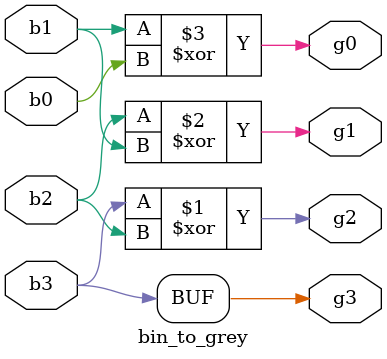
<source format=v>
/*
G3 = B3
G2 = B3 ⊕ B2
G1 = B2 ⊕ B1
G0 = B1 ⊕ B0
*/

module bin_to_grey(
    input b0, b1, b2, b3,
    output g0, g1, g2, g3
);

    assign g3 = b3;
    assign g2 = b3 ^ b2;
    assign g1 = b2 ^ b1;
    assign g0 = b1 ^ b0;

endmodule
</source>
